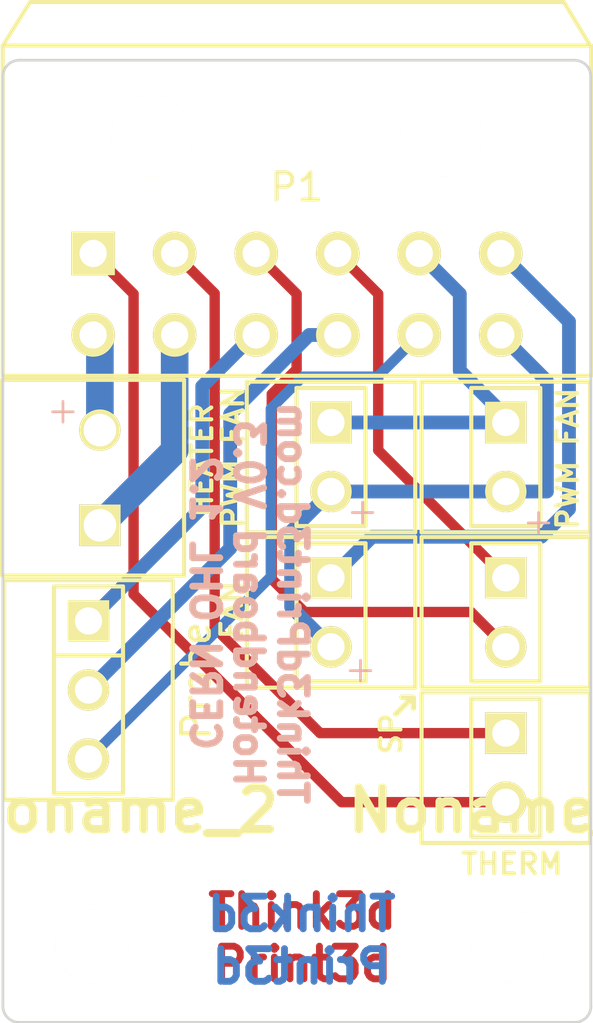
<source format=kicad_pcb>

(kicad_pcb
  (version 4)
  (host pcbnew 4.0.2-stable)
  (general
    (links 15)
    (no_connects 0)
    (area 155.367169 156.5656 177.701801 194.550001)
    (thickness 1.6)
    (drawings 22)
    (tracks 53)
    (zones 0)
    (modules 10)
    (nets 13))
  (page A3)
  (title_block
    (title "Kossel Hotend PCB")
    (date "12 Jul 16")
    (rev 0.3)
    (company Think3dPrint3d)
    (comment 1 "(c) Licensed under the CERN OHL V1.2"))
  (layers
    (0 F.Cu signal)
    (31 B.Cu signal)
    (34 B.Paste user hide)
    (35 F.Paste user hide)
    (36 B.SilkS user)
    (37 F.SilkS user hide)
    (38 B.Mask user hide)
    (39 F.Mask user hide)
    (44 Edge.Cuts user))
  (setup
    (last_trace_width 0.254)
    (user_trace_width 0.381)
    (user_trace_width 0.508)
    (user_trace_width 0.762)
    (user_trace_width 1.016)
    (user_trace_width 1.524)
    (user_trace_width 1.778)
    (user_trace_width 2.032)
    (user_trace_width 2.286)
    (user_trace_width 2.54)
    (trace_clearance 0.254)
    (zone_clearance 0.508)
    (zone_45_only no)
    (trace_min 0.254)
    (segment_width 0.2)
    (edge_width 0.1)
    (via_size 0.889)
    (via_drill 0.635)
    (via_min_size 0.889)
    (via_min_drill 0.508)
    (uvia_size 0.508)
    (uvia_drill 0.127)
    (uvias_allowed no)
    (uvia_min_size 0.508)
    (uvia_min_drill 0.127)
    (pcb_text_width 0.3)
    (pcb_text_size 1.5 1.5)
    (mod_edge_width 0.15)
    (mod_text_size 1 1)
    (mod_text_width 0.15)
    (pad_size 3 3)
    (pad_drill 3)
    (pad_to_mask_clearance 0)
    (aux_axis_origin 155.71724 195.49364)
    (visible_elements 7FFFFFFF)
    (pcbplotparams
      (layerselection 0x00030_80000001)
      (usegerberextensions true)
      (excludeedgelayer true)
      (linewidth 0.15)
      (plotframeref false)
      (viasonmask false)
      (mode 1)
      (useauxorigin true)
      (hpglpennumber 1)
      (hpglpenspeed 20)
      (hpglpendiameter 15)
      (hpglpenoverlay 2)
      (psnegative false)
      (psa4output false)
      (plotreference true)
      (plotvalue true)
      (plotinvisibletext false)
      (padsonsilk false)
      (subtractmaskfromsilk true)
      (outputformat 1)
      (mirror false)
      (drillshape 0)
      (scaleselection 1)
      (outputdirectory KosselHotendPCB_CAM_DATA_v0.3/)))
  (net 0 "")
  (net 1 +12V)
  (net 2 "FAN +")
  (net 3 GND)
  (net 4 "Heater -VE")
  (net 5 "PWM Fan -VE")
  (net 6 "Probe GND")
  (net 7 "Probe Sig")
  (net 8 Spare1)
  (net 9 Spare2)
  (net 10 Therm1)
  (net 11 Therm2)
  (net 12 Vcc)
  (net_class Default "This is the default net class."
    (clearance 0.254)
    (trace_width 0.254)
    (via_dia 0.889)
    (via_drill 0.635)
    (uvia_dia 0.508)
    (uvia_drill 0.127)
    (add_net +12V)
    (add_net "FAN +")
    (add_net GND)
    (add_net "Heater -VE")
    (add_net "PWM Fan -VE")
    (add_net "Probe GND")
    (add_net "Probe Sig")
    (add_net Spare1)
    (add_net Spare2)
    (add_net Therm1)
    (add_net Therm2)
    (add_net Vcc))
  (net_class 0.508 ""
    (clearance 0.254)
    (trace_width 0.508)
    (via_dia 0.889)
    (via_drill 0.635)
    (uvia_dia 0.508)
    (uvia_drill 0.127))
  (net_class 1.016 ""
    (clearance 0.254)
    (trace_width 1.016)
    (via_dia 0.889)
    (via_drill 0.635)
    (uvia_dia 0.508)
    (uvia_drill 0.127))
  (net_class 2.032 ""
    (clearance 0.254)
    (trace_width 2.032)
    (via_dia 0.889)
    (via_drill 0.635)
    (uvia_dia 0.508)
    (uvia_drill 0.127))
  (net_class 2.54 ""
    (clearance 0.254)
    (trace_width 2.54)
    (via_dia 0.889)
    (via_drill 0.635)
    (uvia_dia 0.508)
    (uvia_drill 0.127))
  (module PIN_ARRAY_6x2_lugs
    (layer F.Cu)
    (tedit 578C94B6)
    (tstamp 550474B7)
    (at 166.5478 167.70858)
    (tags INPUT)
    (path /5787F0A9)
    (fp_text reference P1
      (at -0.01 -3.94)
      (layer F.SilkS)
      (effects
        (font
          (size 1 1)
          (thickness 0.15))))
    (fp_text value CONN_6X2
      (at -0.1778 -9.87298)
      (layer F.SilkS) hide
      (effects
        (font
          (size 1.016 1.016)
          (thickness 0.2032))))
    (fp_line
      (start 10.8 -9.13)
      (end 9.82 -10.75)
      (layer F.SilkS)
      (width 0.15))
    (fp_line
      (start -10.82 -9.15)
      (end -9.82 -10.75)
      (layer F.SilkS)
      (width 0.15))
    (fp_line
      (start -10.825 -9.15)
      (end 10.825 -9.15)
      (layer F.SilkS)
      (width 0.15))
    (fp_line
      (start 10.825 3)
      (end 10.825 -9.15)
      (layer F.SilkS)
      (width 0.15))
    (fp_line
      (start -10.825 3)
      (end -10.825 -9.15)
      (layer F.SilkS)
      (width 0.15))
    (fp_line
      (start -9.825 -10.75)
      (end 9.825 -10.75)
      (layer F.SilkS)
      (width 0.15))
    (fp_line
      (start 10.825 3)
      (end -10.825 3)
      (layer F.SilkS)
      (width 0.15))
    (pad 1 thru_hole rect
      (at -7.5 -1.5)
      (size 1.6 1.6)
      (drill 1)
      (layers *.Cu *.Mask F.SilkS)
      (net 11 Therm2))
    (pad 2 thru_hole circle
      (at -7.5 1.5)
      (size 1.6 1.6)
      (drill 1)
      (layers *.Cu *.Mask F.SilkS)
      (net 1 +12V))
    (pad 3 thru_hole circle
      (at -4.5 -1.5)
      (size 1.6 1.6)
      (drill 1)
      (layers *.Cu *.Mask F.SilkS)
      (net 10 Therm1))
    (pad 4 thru_hole circle
      (at -4.5 1.5)
      (size 1.6 1.6)
      (drill 1)
      (layers *.Cu *.Mask F.SilkS)
      (net 4 "Heater -VE"))
    (pad 5 thru_hole circle
      (at -1.5 -1.5)
      (size 1.6 1.6)
      (drill 1)
      (layers *.Cu *.Mask F.SilkS)
      (net 9 Spare2))
    (pad 6 thru_hole circle
      (at -1.5 1.5)
      (size 1.6 1.6)
      (drill 1)
      (layers *.Cu *.Mask F.SilkS)
      (net 12 Vcc))
    (pad 7 thru_hole circle
      (at 1.5 -1.5)
      (size 1.6 1.6)
      (drill 1)
      (layers *.Cu *.Mask F.SilkS)
      (net 8 Spare1))
    (pad 8 thru_hole circle
      (at 1.5 1.5)
      (size 1.6 1.6)
      (drill 1)
      (layers *.Cu *.Mask F.SilkS)
      (net 6 "Probe GND"))
    (pad 9 thru_hole circle
      (at 4.5 -1.5)
      (size 1.6 1.6)
      (drill 1)
      (layers *.Cu *.Mask F.SilkS)
      (net 5 "PWM Fan -VE"))
    (pad 10 thru_hole circle
      (at 4.5 1.5)
      (size 1.6 1.6)
      (drill 1)
      (layers *.Cu *.Mask F.SilkS)
      (net 7 "Probe Sig"))
    (pad "" np_thru_hole circle
      (at -5.35 -5.82)
      (size 3 3)
      (drill 3)
      (layers *.Cu *.Mask F.SilkS))
    (pad "" np_thru_hole circle
      (at 5.35 -5.82)
      (size 3 3)
      (drill 3)
      (layers *.Cu *.Mask F.SilkS))
    (pad 12 thru_hole circle
      (at 7.5 1.5)
      (size 1.6 1.6)
      (drill 1)
      (layers *.Cu *.Mask F.SilkS)
      (net 2 "FAN +"))
    (pad 11 thru_hole circle
      (at 7.5 -1.5)
      (size 1.6 1.6)
      (drill 1)
      (layers *.Cu *.Mask F.SilkS)
      (net 3 GND))
    (model pin_array/pins_array_5x2.wrl
      (at
        (xyz 0 0 0))
      (scale
        (xyz 1 1 1))
      (rotate
        (xyz 0 0 0))))
  (module Fixing_2.7mm locked
    (layer F.Cu)
    (tedit 55C72C8C)
    (tstamp 5504C5F3)
    (at 160 191.7)
    (path Fixing_M2.5)
    (fp_text reference Noname_2
      (at 0 -5.00126)
      (layer F.SilkS)
      (effects
        (font
          (thickness 0.3048))))
    (fp_text value ""
      (at -0.1799 0.1716)
      (layer F.SilkS)
      (effects
        (font
          (thickness 0.3048))))
    (pad "" np_thru_hole circle
      (at -1 0)
      (size 2.7 2.7)
      (drill 2.7)
      (layers *.Cu *.Mask F.SilkS)))
  (module PIN_ARRAY_3X1_KK
    (layer F.Cu)
    (tedit 578C9443)
    (tstamp 55C48756)
    (at 158.877 182.2704 270)
    (descr "Connecteur 3 pins")
    (tags "CONN DEV")
    (path /55C4714C)
    (fp_text reference P6
      (at 0.254 -2.159 270)
      (layer F.SilkS) hide
      (effects
        (font
          (size 1.016 1.016)
          (thickness 0.1524))))
    (fp_text value Probe
      (at -0.3429 -3.9624 270)
      (layer F.SilkS)
      (effects
        (font
          (size 1.016 1.016)
          (thickness 0.1524))))
    (fp_line
      (start -4.04114 -3.0988)
      (end 4.04114 -3.0988)
      (layer F.SilkS)
      (width 0.14986))
    (fp_line
      (start 4.04114 -3.0988)
      (end 4.04114 3.0988)
      (layer F.SilkS)
      (width 0.14986))
    (fp_line
      (start 4.04114 3.0988)
      (end -4.04114 3.0988)
      (layer F.SilkS)
      (width 0.14986))
    (fp_line
      (start -4.04114 3.0988)
      (end -4.04114 -3.0988)
      (layer F.SilkS)
      (width 0.14986))
    (fp_line
      (start -3.81 1.27)
      (end -3.81 -1.27)
      (layer F.SilkS)
      (width 0.1524))
    (fp_line
      (start -3.81 -1.27)
      (end 3.81 -1.27)
      (layer F.SilkS)
      (width 0.1524))
    (fp_line
      (start 3.81 -1.27)
      (end 3.81 1.27)
      (layer F.SilkS)
      (width 0.1524))
    (fp_line
      (start 3.81 1.27)
      (end -3.81 1.27)
      (layer F.SilkS)
      (width 0.1524))
    (fp_line
      (start -1.27 -1.27)
      (end -1.27 1.27)
      (layer F.SilkS)
      (width 0.1524))
    (pad 1 thru_hole rect
      (at -2.54 0 270)
      (size 1.524 1.524)
      (drill 1)
      (layers *.Cu *.Mask F.SilkS)
      (net 12 Vcc))
    (pad 2 thru_hole circle
      (at 0 0 270)
      (size 1.524 1.524)
      (drill 1)
      (layers *.Cu *.Mask F.SilkS)
      (net 6 "Probe GND"))
    (pad 3 thru_hole circle
      (at 2.54 0 270)
      (size 1.524 1.524)
      (drill 1)
      (layers *.Cu *.Mask F.SilkS)
      (net 7 "Probe Sig"))
    (model pin_array/pins_array_3x1.wrl
      (at
        (xyz 0 0 0))
      (scale
        (xyz 1 1 1))
      (rotate
        (xyz 0 0 0))))
  (module Fixing_2.7mm locked
    (layer F.Cu)
    (tedit 55C72BEE)
    (tstamp 5504C5FD)
    (at 174.3 191.7)
    (path Fixing_M2.5)
    (fp_text reference Noname_1
      (at 0 -5.00126)
      (layer F.SilkS)
      (effects
        (font
          (thickness 0.3048))))
    (fp_text value ""
      (at -0.2023 -0.057)
      (layer F.SilkS)
      (effects
        (font
          (thickness 0.3048))))
    (pad "" np_thru_hole circle
      (at 0 0)
      (size 2.7 2.7)
      (drill 2.7)
      (layers *.Cu *.Mask F.SilkS)))
  (module PIN_ARRAY_2X1_KK
    (layer F.Cu)
    (tedit 578C9624)
    (tstamp 5787F35F)
    (at 167.8 179.4129 270)
    (descr "Connecteurs 2 pins")
    (tags "CONN DEV")
    (path /55C47DB4)
    (fp_text reference P5
      (at 0.03556 -2.41808 270)
      (layer F.SilkS) hide
      (effects
        (font
          (size 0.762 0.762)
          (thickness 0.1524))))
    (fp_text value FAN
      (at -0.08382 3.65504 270)
      (layer F.SilkS)
      (effects
        (font
          (size 0.762 0.762)
          (thickness 0.1524))))
    (fp_line
      (start -2.77114 -3.0988)
      (end 2.77114 -3.0988)
      (layer F.SilkS)
      (width 0.14986))
    (fp_line
      (start 2.77114 -3.0988)
      (end 2.77114 3.0988)
      (layer F.SilkS)
      (width 0.14986))
    (fp_line
      (start 2.77114 3.0988)
      (end -2.77114 3.0988)
      (layer F.SilkS)
      (width 0.14986))
    (fp_line
      (start -2.77114 3.0988)
      (end -2.77114 -3.0988)
      (layer F.SilkS)
      (width 0.14986))
    (fp_line
      (start -2.54 1.27)
      (end -2.54 -1.27)
      (layer F.SilkS)
      (width 0.1524))
    (fp_line
      (start -2.54 -1.27)
      (end 2.54 -1.27)
      (layer F.SilkS)
      (width 0.1524))
    (fp_line
      (start 2.54 -1.27)
      (end 2.54 1.27)
      (layer F.SilkS)
      (width 0.1524))
    (fp_line
      (start 2.54 1.27)
      (end -2.54 1.27)
      (layer F.SilkS)
      (width 0.1524))
    (pad 1 thru_hole rect
      (at -1.27 0 270)
      (size 1.524 1.524)
      (drill 1)
      (layers *.Cu *.Mask F.SilkS)
      (net 3 GND))
    (pad 2 thru_hole circle
      (at 1.27 0 270)
      (size 1.524 1.524)
      (drill 1)
      (layers *.Cu *.Mask F.SilkS)
      (net 2 "FAN +"))
    (model pin_array/pins_array_2x1.wrl
      (at
        (xyz 0 0 0))
      (scale
        (xyz 1 1 1))
      (rotate
        (xyz 0 0 0))))
  (module PIN_ARRAY_2X1_KK
    (layer F.Cu)
    (tedit 578C9531)
    (tstamp 55047491)
    (at 167.8 173.6979 270)
    (descr "Connecteurs 2 pins")
    (tags "CONN DEV")
    (path /55C47D72)
    (fp_text reference P4
      (at 0.127 2.1717 270)
      (layer F.SilkS) hide
      (effects
        (font
          (size 0.762 0.762)
          (thickness 0.1524))))
    (fp_text value "PWM FAN"
      (at 0.00508 3.60678 270)
      (layer F.SilkS)
      (effects
        (font
          (size 0.762 0.762)
          (thickness 0.1524))))
    (fp_line
      (start -2.77114 -3.0988)
      (end 2.77114 -3.0988)
      (layer F.SilkS)
      (width 0.14986))
    (fp_line
      (start 2.77114 -3.0988)
      (end 2.77114 3.0988)
      (layer F.SilkS)
      (width 0.14986))
    (fp_line
      (start 2.77114 3.0988)
      (end -2.77114 3.0988)
      (layer F.SilkS)
      (width 0.14986))
    (fp_line
      (start -2.77114 3.0988)
      (end -2.77114 -3.0988)
      (layer F.SilkS)
      (width 0.14986))
    (fp_line
      (start -2.54 1.27)
      (end -2.54 -1.27)
      (layer F.SilkS)
      (width 0.1524))
    (fp_line
      (start -2.54 -1.27)
      (end 2.54 -1.27)
      (layer F.SilkS)
      (width 0.1524))
    (fp_line
      (start 2.54 -1.27)
      (end 2.54 1.27)
      (layer F.SilkS)
      (width 0.1524))
    (fp_line
      (start 2.54 1.27)
      (end -2.54 1.27)
      (layer F.SilkS)
      (width 0.1524))
    (pad 1 thru_hole rect
      (at -1.27 0 270)
      (size 1.524 1.524)
      (drill 1)
      (layers *.Cu *.Mask F.SilkS)
      (net 5 "PWM Fan -VE"))
    (pad 2 thru_hole circle
      (at 1.27 0 270)
      (size 1.524 1.524)
      (drill 1)
      (layers *.Cu *.Mask F.SilkS)
      (net 2 "FAN +"))
    (model pin_array/pins_array_2x1.wrl
      (at
        (xyz 0 0 0))
      (scale
        (xyz 1 1 1))
      (rotate
        (xyz 0 0 0))))
  (module PIN_ARRAY_2X1_KK
    (layer F.Cu)
    (tedit 578C92E9)
    (tstamp 550474A3)
    (at 174.2313 185.1279 270)
    (descr "Connecteurs 2 pins")
    (tags "CONN DEV")
    (path /5787D3CF)
    (fp_text reference P3
      (at 0.03556 -2.41808 270)
      (layer F.SilkS) hide
      (effects
        (font
          (size 0.762 0.762)
          (thickness 0.1524))))
    (fp_text value THERM
      (at 3.5433 -0.2286 360)
      (layer F.SilkS)
      (effects
        (font
          (size 0.762 0.762)
          (thickness 0.1524))))
    (fp_line
      (start -2.77114 -3.0988)
      (end 2.77114 -3.0988)
      (layer F.SilkS)
      (width 0.14986))
    (fp_line
      (start 2.77114 -3.0988)
      (end 2.77114 3.0988)
      (layer F.SilkS)
      (width 0.14986))
    (fp_line
      (start 2.77114 3.0988)
      (end -2.77114 3.0988)
      (layer F.SilkS)
      (width 0.14986))
    (fp_line
      (start -2.77114 3.0988)
      (end -2.77114 -3.0988)
      (layer F.SilkS)
      (width 0.14986))
    (fp_line
      (start -2.54 1.27)
      (end -2.54 -1.27)
      (layer F.SilkS)
      (width 0.1524))
    (fp_line
      (start -2.54 -1.27)
      (end 2.54 -1.27)
      (layer F.SilkS)
      (width 0.1524))
    (fp_line
      (start 2.54 -1.27)
      (end 2.54 1.27)
      (layer F.SilkS)
      (width 0.1524))
    (fp_line
      (start 2.54 1.27)
      (end -2.54 1.27)
      (layer F.SilkS)
      (width 0.1524))
    (pad 1 thru_hole rect
      (at -1.27 0 270)
      (size 1.524 1.524)
      (drill 1)
      (layers *.Cu *.Mask F.SilkS)
      (net 10 Therm1))
    (pad 2 thru_hole circle
      (at 1.27 0 270)
      (size 1.524 1.524)
      (drill 1)
      (layers *.Cu *.Mask F.SilkS)
      (net 11 Therm2))
    (model pin_array/pins_array_2x1.wrl
      (at
        (xyz 0 0 0))
      (scale
        (xyz 1 1 1))
      (rotate
        (xyz 0 0 0))))
  (module PIN_ARRAY_2X1_KK
    (layer F.Cu)
    (tedit 578C9537)
    (tstamp 5787F62C)
    (at 174.2313 173.6979 270)
    (descr "Connecteurs 2 pins")
    (tags "CONN DEV")
    (path /55C62B93)
    (fp_text reference P7
      (at 0.03556 -2.41808 270)
      (layer F.SilkS) hide
      (effects
        (font
          (size 0.762 0.762)
          (thickness 0.1524))))
    (fp_text value "PWM FAN"
      (at 0.0635 -2.2733 270)
      (layer F.SilkS)
      (effects
        (font
          (size 0.762 0.762)
          (thickness 0.1524))))
    (fp_line
      (start -2.77114 -3.0988)
      (end 2.77114 -3.0988)
      (layer F.SilkS)
      (width 0.14986))
    (fp_line
      (start 2.77114 -3.0988)
      (end 2.77114 3.0988)
      (layer F.SilkS)
      (width 0.14986))
    (fp_line
      (start 2.77114 3.0988)
      (end -2.77114 3.0988)
      (layer F.SilkS)
      (width 0.14986))
    (fp_line
      (start -2.77114 3.0988)
      (end -2.77114 -3.0988)
      (layer F.SilkS)
      (width 0.14986))
    (fp_line
      (start -2.54 1.27)
      (end -2.54 -1.27)
      (layer F.SilkS)
      (width 0.1524))
    (fp_line
      (start -2.54 -1.27)
      (end 2.54 -1.27)
      (layer F.SilkS)
      (width 0.1524))
    (fp_line
      (start 2.54 -1.27)
      (end 2.54 1.27)
      (layer F.SilkS)
      (width 0.1524))
    (fp_line
      (start 2.54 1.27)
      (end -2.54 1.27)
      (layer F.SilkS)
      (width 0.1524))
    (pad 1 thru_hole rect
      (at -1.27 0 270)
      (size 1.524 1.524)
      (drill 1)
      (layers *.Cu *.Mask F.SilkS)
      (net 5 "PWM Fan -VE"))
    (pad 2 thru_hole circle
      (at 1.27 0 270)
      (size 1.524 1.524)
      (drill 1)
      (layers *.Cu *.Mask F.SilkS)
      (net 2 "FAN +"))
    (model pin_array/pins_array_2x1.wrl
      (at
        (xyz 0 0 0))
      (scale
        (xyz 1 1 1))
      (rotate
        (xyz 0 0 0))))
  (module PIN_ARRAY_2X1_KK
    (layer F.Cu)
    (tedit 578C954F)
    (tstamp 5787EFDF)
    (at 174.2313 179.4129 270)
    (descr "Connecteurs 2 pins")
    (tags "CONN DEV")
    (path /5787D3C9)
    (fp_text reference P8
      (at 0.0254 2.2098 270)
      (layer F.SilkS) hide
      (effects
        (font
          (size 0.762 0.762)
          (thickness 0.1524))))
    (fp_text value SP
      (at 4.47294 4.22148 270)
      (layer F.SilkS)
      (effects
        (font
          (size 0.762 0.762)
          (thickness 0.1524))))
    (fp_line
      (start -2.77114 -3.0988)
      (end 2.77114 -3.0988)
      (layer F.SilkS)
      (width 0.14986))
    (fp_line
      (start 2.77114 -3.0988)
      (end 2.77114 3.0988)
      (layer F.SilkS)
      (width 0.14986))
    (fp_line
      (start 2.77114 3.0988)
      (end -2.77114 3.0988)
      (layer F.SilkS)
      (width 0.14986))
    (fp_line
      (start -2.77114 3.0988)
      (end -2.77114 -3.0988)
      (layer F.SilkS)
      (width 0.14986))
    (fp_line
      (start -2.54 1.27)
      (end -2.54 -1.27)
      (layer F.SilkS)
      (width 0.1524))
    (fp_line
      (start -2.54 -1.27)
      (end 2.54 -1.27)
      (layer F.SilkS)
      (width 0.1524))
    (fp_line
      (start 2.54 -1.27)
      (end 2.54 1.27)
      (layer F.SilkS)
      (width 0.1524))
    (fp_line
      (start 2.54 1.27)
      (end -2.54 1.27)
      (layer F.SilkS)
      (width 0.1524))
    (pad 1 thru_hole rect
      (at -1.27 0 270)
      (size 1.524 1.524)
      (drill 1)
      (layers *.Cu *.Mask F.SilkS)
      (net 8 Spare1))
    (pad 2 thru_hole circle
      (at 1.27 0 270)
      (size 1.524 1.524)
      (drill 1)
      (layers *.Cu *.Mask F.SilkS)
      (net 9 Spare2))
    (model pin_array/pins_array_2x1.wrl
      (at
        (xyz 0 0 0))
      (scale
        (xyz 1 1 1))
      (rotate
        (xyz 0 0 0))))
  (module 3.5MM_2X1
    (layer F.Cu)
    (tedit 578C952D)
    (tstamp 5787F689)
    (at 159.2961 174.4599 90)
    (descr "Connecteurs 2 pins")
    (tags "CONN DEV")
    (path /55046F6E)
    (fp_text reference P2
      (at -0.03 -1.73 90)
      (layer F.SilkS) hide
      (effects
        (font
          (size 0.762 0.762)
          (thickness 0.1524))))
    (fp_text value HEATER
      (at 0.64262 3.75412 90)
      (layer F.SilkS)
      (effects
        (font
          (size 0.762 0.762)
          (thickness 0.1524))))
    (fp_text user front
      (at -0.14 -3.07 90)
      (layer F.SilkS) hide
      (effects
        (font
          (size 0.5 0.5)
          (thickness 0.1))))
    (fp_line
      (start -3.6 -3.6)
      (end 3.6 -3.6)
      (layer F.SilkS)
      (width 0.14986))
    (fp_line
      (start 3.6 -3.6)
      (end 3.6 3.0988)
      (layer F.SilkS)
      (width 0.14986))
    (fp_line
      (start 3.6 3.0988)
      (end -3.6 3.0988)
      (layer F.SilkS)
      (width 0.14986))
    (fp_line
      (start -3.6 3.0988)
      (end -3.6 -3.6)
      (layer F.SilkS)
      (width 0.14986))
    (pad 1 thru_hole rect
      (at -1.75 0 90)
      (size 1.524 1.524)
      (drill 1.19888)
      (layers *.Cu *.Mask F.SilkS)
      (net 4 "Heater -VE"))
    (pad 2 thru_hole circle
      (at 1.75 0 90)
      (size 1.524 1.524)
      (drill 1.19888)
      (layers *.Cu *.Mask F.SilkS)
      (net 1 +12V))
    (model pin_array/pins_array_2x1.wrl
      (at
        (xyz 0 0 0))
      (scale
        (xyz 1 1 1))
      (rotate
        (xyz 0 0 0))))
  (gr_line
    (start 170.83278 182.5498)
    (end 170.83278 182.93842)
    (angle 90)
    (layer F.SilkS)
    (width 0.2))
  (gr_line
    (start 170.79976 182.5371)
    (end 170.41114 182.5371)
    (angle 90)
    (layer F.SilkS)
    (width 0.2))
  (gr_line
    (start 170.18254 183.15432)
    (end 170.79976 182.5371)
    (angle 90)
    (layer F.SilkS)
    (width 0.2))
  (gr_line
    (start 156.327 194.5)
    (end 176.75 194.5)
    (angle 90)
    (layer Edge.Cuts)
    (width 0.1)
    (tstamp 55C67363))
  (gr_line
    (start 177.36 159.7)
    (end 177.36 193.9)
    (angle 90)
    (layer Edge.Cuts)
    (width 0.1))
  (gr_line
    (start 156.327 159.1)
    (end 176.75 159.1)
    (angle 90)
    (layer Edge.Cuts)
    (width 0.1)
    (tstamp 5504C5C0))
  (gr_line
    (start 155.727 159.7)
    (end 155.727 193.9)
    (angle 90)
    (layer Edge.Cuts)
    (width 0.1))
  (gr_text Print3d
    (at 166.71036 193.41084)
    (layer B.Mask)
    (effects
      (font
        (size 1.2 1.2)
        (thickness 0.2))
      (justify mirror)))
  (gr_text Think3d
    (at 166.7256 191.48298)
    (layer B.Mask)
    (effects
      (font
        (size 1.2 1.2)
        (thickness 0.2))
      (justify mirror)))
  (gr_text Print3d
    (at 166.74592 193.3194)
    (layer F.Mask)
    (effects
      (font
        (size 1.2 1.2)
        (thickness 0.22))))
  (gr_text Think3d
    (at 166.74084 191.38392)
    (layer F.Mask)
    (effects
      (font
        (size 1.2 1.2)
        (thickness 0.22))))
  (gr_text +
    (at 168.9608 175.6664)
    (layer B.SilkS)
    (effects
      (font
        (size 1 1)
        (thickness 0.1))))
  (gr_text "Think3d\nPrint3d"
    (at 166.71798 191.48044)
    (layer B.Cu)
    (effects
      (font
        (size 1.2 1.2)
        (thickness 0.254))
      (justify mirror)))
  (gr_text "Think3d\nPrint3d"
    (at 166.74592 191.389)
    (layer F.Cu)
    (effects
      (font
        (size 1.2 1.2)
        (thickness 0.254))))
  (gr_text +
    (at 168.8846 181.483)
    (layer B.SilkS)
    (effects
      (font
        (size 1 1)
        (thickness 0.1))))
  (gr_text +
    (at 175.4378 176.0474)
    (layer B.SilkS)
    (effects
      (font
        (size 1 1)
        (thickness 0.1))))
  (gr_text +
    (at 157.9372 171.958)
    (layer B.SilkS)
    (effects
      (font
        (size 1 1)
        (thickness 0.1))
      (justify mirror)))
  (gr_text "Think3dPrint3d.com\nHotendboard V0.3\nCERN OHL 1.2"
    (at 164.7698 179.07 270)
    (layer B.SilkS)
    (effects
      (font
        (size 1 1)
        (thickness 0.25))
      (justify mirror)))
  (gr_arc
    (start 156.327 193.9)
    (end 156.327 194.5)
    (angle 90)
    (layer Edge.Cuts)
    (width 0.1)
    (tstamp 55C67360))
  (gr_arc
    (start 176.765 193.9)
    (end 177.365 193.9)
    (angle 90)
    (layer Edge.Cuts)
    (width 0.1))
  (gr_arc
    (start 176.76 159.7)
    (end 176.76 159.1)
    (angle 90)
    (layer Edge.Cuts)
    (width 0.1)
    (tstamp 55C673A9))
  (gr_arc
    (start 156.327 159.7)
    (end 155.727 159.7)
    (angle 90)
    (layer Edge.Cuts)
    (width 0.1))
  (segment
    (start 159.2961 172.7099)
    (end 159.2961 169.45688)
    (width 1.016)
    (layer B.Cu)
    (net 1))
  (segment
    (start 159.2961 169.45688)
    (end 159.0478 169.20858)
    (width 1.016)
    (layer B.Cu)
    (net 1)
    (tstamp 578C9326))
  (segment
    (start 167.8 174.9679)
    (end 166.33444 176.43346)
    (width 0.508)
    (layer B.Cu)
    (net 2))
  (segment
    (start 166.33444 179.21734)
    (end 167.8 180.6829)
    (width 0.508)
    (layer B.Cu)
    (net 2)
    (tstamp 578C9632))
  (segment
    (start 166.33444 176.43346)
    (end 166.33444 179.21734)
    (width 0.508)
    (layer B.Cu)
    (net 2)
    (tstamp 578C9631))
  (segment
    (start 167.8 174.9679)
    (end 174.2313 174.9679)
    (width 0.508)
    (layer B.Cu)
    (net 2)
    (tstamp 578C9391))
  (segment
    (start 174.2313 174.9679)
    (end 175.7426 174.9679)
    (width 0.508)
    (layer B.Cu)
    (net 2)
    (tstamp 578C9392))
  (segment
    (start 175.7426 174.9679)
    (end 175.7426 171.3103)
    (width 0.508)
    (layer B.Cu)
    (net 2)
    (tstamp 578C9393))
  (segment
    (start 175.7426 171.3103)
    (end 175.7426 170.90338)
    (width 0.508)
    (layer B.Cu)
    (net 2)
    (tstamp 578C9394))
  (segment
    (start 175.7426 170.90338)
    (end 174.0478 169.20858)
    (width 0.508)
    (layer B.Cu)
    (net 2)
    (tstamp 578C9395))
  (segment
    (start 167.8 178.1429)
    (end 169.3113 176.6316)
    (width 0.508)
    (layer B.Cu)
    (net 3))
  (segment
    (start 169.3113 176.6316)
    (end 175.53432 176.6316)
    (width 0.508)
    (layer B.Cu)
    (net 3)
    (tstamp 578C9635))
  (segment
    (start 174.0478 166.20858)
    (end 176.5554 168.71618)
    (width 0.508)
    (layer B.Cu)
    (net 3))
  (segment
    (start 176.5554 175.61052)
    (end 175.53432 176.6316)
    (width 0.508)
    (layer B.Cu)
    (net 3)
    (tstamp 578C93A0))
  (segment
    (start 176.5554 168.71618)
    (end 176.5554 175.61052)
    (width 0.508)
    (layer B.Cu)
    (net 3)
    (tstamp 578C939E))
  (segment
    (start 159.2961 176.2099)
    (end 162.0478 173.4582)
    (width 1.016)
    (layer B.Cu)
    (net 4))
  (segment
    (start 162.0478 173.4582)
    (end 162.0478 169.20858)
    (width 1.016)
    (layer B.Cu)
    (net 4)
    (tstamp 578C9329))
  (segment
    (start 167.8 172.4279)
    (end 174.2313 172.4279)
    (width 0.508)
    (layer B.Cu)
    (net 5))
  (segment
    (start 174.2313 172.4279)
    (end 174.2313 172.212)
    (width 0.508)
    (layer B.Cu)
    (net 5)
    (tstamp 578C9398))
  (segment
    (start 174.2313 172.212)
    (end 172.53712 170.51782)
    (width 0.508)
    (layer B.Cu)
    (net 5)
    (tstamp 578C9399))
  (segment
    (start 172.53712 170.51782)
    (end 172.53712 167.6979)
    (width 0.508)
    (layer B.Cu)
    (net 5)
    (tstamp 578C939A))
  (segment
    (start 172.53712 167.6979)
    (end 171.0478 166.20858)
    (width 0.508)
    (layer B.Cu)
    (net 5)
    (tstamp 578C939B))
  (segment
    (start 168.0478 169.20858)
    (end 166.99852 169.20858)
    (width 0.508)
    (layer B.Cu)
    (net 6))
  (segment
    (start 164.09162 177.05578)
    (end 158.877 182.2704)
    (width 0.508)
    (layer B.Cu)
    (net 6)
    (tstamp 578C93E1))
  (segment
    (start 164.09162 172.11548)
    (end 164.09162 177.05578)
    (width 0.508)
    (layer B.Cu)
    (net 6)
    (tstamp 578C93DD))
  (segment
    (start 166.99852 169.20858)
    (end 164.09162 172.11548)
    (width 0.508)
    (layer B.Cu)
    (net 6)
    (tstamp 578C93DB))
  (segment
    (start 171.0478 169.20858)
    (end 169.51504 170.74134)
    (width 0.381)
    (layer B.Cu)
    (net 7))
  (segment
    (start 165.58514 178.10226)
    (end 158.877 184.8104)
    (width 0.381)
    (layer B.Cu)
    (net 7)
    (tstamp 578C93EF))
  (segment
    (start 165.58514 171.9199)
    (end 165.58514 178.10226)
    (width 0.381)
    (layer B.Cu)
    (net 7)
    (tstamp 578C93EB))
  (segment
    (start 166.7637 170.74134)
    (end 165.58514 171.9199)
    (width 0.381)
    (layer B.Cu)
    (net 7)
    (tstamp 578C93EA))
  (segment
    (start 169.51504 170.74134)
    (end 166.7637 170.74134)
    (width 0.381)
    (layer B.Cu)
    (net 7)
    (tstamp 578C93E6))
  (segment
    (start 168.0478 166.20858)
    (end 169.53738 167.69816)
    (width 0.381)
    (layer F.Cu)
    (net 8))
  (segment
    (start 169.53738 173.44898)
    (end 174.2313 178.1429)
    (width 0.381)
    (layer F.Cu)
    (net 8)
    (tstamp 578C9435))
  (segment
    (start 169.53738 167.69816)
    (end 169.53738 173.44898)
    (width 0.381)
    (layer F.Cu)
    (net 8)
    (tstamp 578C9432))
  (segment
    (start 166.82974 179.4002)
    (end 172.9486 179.4002)
    (width 0.381)
    (layer F.Cu)
    (net 9)
    (tstamp 578C942A))
  (segment
    (start 165.6207 178.19116)
    (end 166.82974 179.4002)
    (width 0.381)
    (layer F.Cu)
    (net 9)
    (tstamp 578C9428))
  (segment
    (start 165.6207 171.38396)
    (end 165.6207 178.19116)
    (width 0.381)
    (layer F.Cu)
    (net 9)
    (tstamp 578C9424))
  (segment
    (start 166.5351 170.46956)
    (end 165.6207 171.38396)
    (width 0.381)
    (layer F.Cu)
    (net 9)
    (tstamp 578C9422))
  (segment
    (start 165.0478 166.20858)
    (end 166.5351 167.69588)
    (width 0.381)
    (layer F.Cu)
    (net 9))
  (segment
    (start 172.9486 179.4002)
    (end 174.2313 180.6829)
    (width 0.381)
    (layer F.Cu)
    (net 9)
    (tstamp 578C942E))
  (segment
    (start 166.5351 167.69588)
    (end 166.5351 170.46956)
    (width 0.381)
    (layer F.Cu)
    (net 9)
    (tstamp 578C941D))
  (segment
    (start 162.0478 166.20858)
    (end 163.52012 167.6809)
    (width 0.381)
    (layer F.Cu)
    (net 10))
  (segment
    (start 167.3987 183.8579)
    (end 174.2313 183.8579)
    (width 0.381)
    (layer F.Cu)
    (net 10)
    (tstamp 578C9412))
  (segment
    (start 163.52012 179.97932)
    (end 167.3987 183.8579)
    (width 0.381)
    (layer F.Cu)
    (net 10)
    (tstamp 578C940E))
  (segment
    (start 163.52012 167.6809)
    (end 163.52012 179.97932)
    (width 0.381)
    (layer F.Cu)
    (net 10)
    (tstamp 578C940C))
  (segment
    (start 159.0478 166.20858)
    (end 160.53562 167.6964)
    (width 0.381)
    (layer F.Cu)
    (net 11))
  (segment
    (start 168.1861 186.3979)
    (end 174.2313 186.3979)
    (width 0.381)
    (layer F.Cu)
    (net 11)
    (tstamp 578C9408))
  (segment
    (start 160.53562 178.74742)
    (end 168.1861 186.3979)
    (width 0.381)
    (layer F.Cu)
    (net 11)
    (tstamp 578C9401))
  (segment
    (start 160.53562 167.6964)
    (end 160.53562 178.74742)
    (width 0.381)
    (layer F.Cu)
    (net 11)
    (tstamp 578C93FB))
  (segment
    (start 165.0478 169.20858)
    (end 164.95382 169.20858)
    (width 0.508)
    (layer B.Cu)
    (net 12))
  (segment
    (start 163.063802 175.543598)
    (end 158.7754 179.832)
    (width 0.508)
    (layer B.Cu)
    (net 12)
    (tstamp 578C93D5))
  (segment
    (start 163.063802 171.098598)
    (end 163.063802 175.543598)
    (width 0.508)
    (layer B.Cu)
    (net 12)
    (tstamp 578C93CF))
  (segment
    (start 164.95382 169.20858)
    (end 163.063802 171.098598)
    (width 0.508)
    (layer B.Cu)
    (net 12)
    (tstamp 578C93CD)))
</source>
